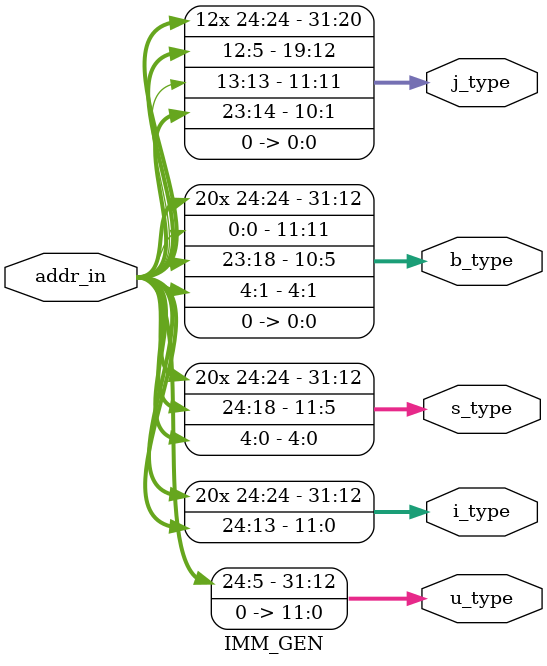
<source format=sv>
`timescale 1ns / 1ps


   module IMM_GEN(
    input [24:0] addr_in, //io for module
    output logic [31:0] u_type,
    output logic [31:0] i_type,
    output logic [31:0] s_type,
    output logic [31:0] b_type,
    output logic [31:0] j_type
    );
    //simultaneous immediate generation
    assign u_type = {addr_in[24:5], {12{1'b0}}}; //u-type immediate generation
    assign i_type = {{21{addr_in[24]}}, addr_in[23:18], addr_in[17:13]}; //i-type immediate generation
    assign s_type = {{21{addr_in[24]}}, addr_in[23:18], addr_in[4:0]}; //s-type immediate generation
    assign b_type = {{20{addr_in[24]}}, addr_in[0], addr_in[23:18], addr_in[4:1], 1'b0}; //b-type immediate generation
    assign j_type = {{12{addr_in[24]}}, addr_in[12:5], addr_in[13], addr_in[23:14], 1'b0};//j-type immediate generation
    
endmodule

</source>
